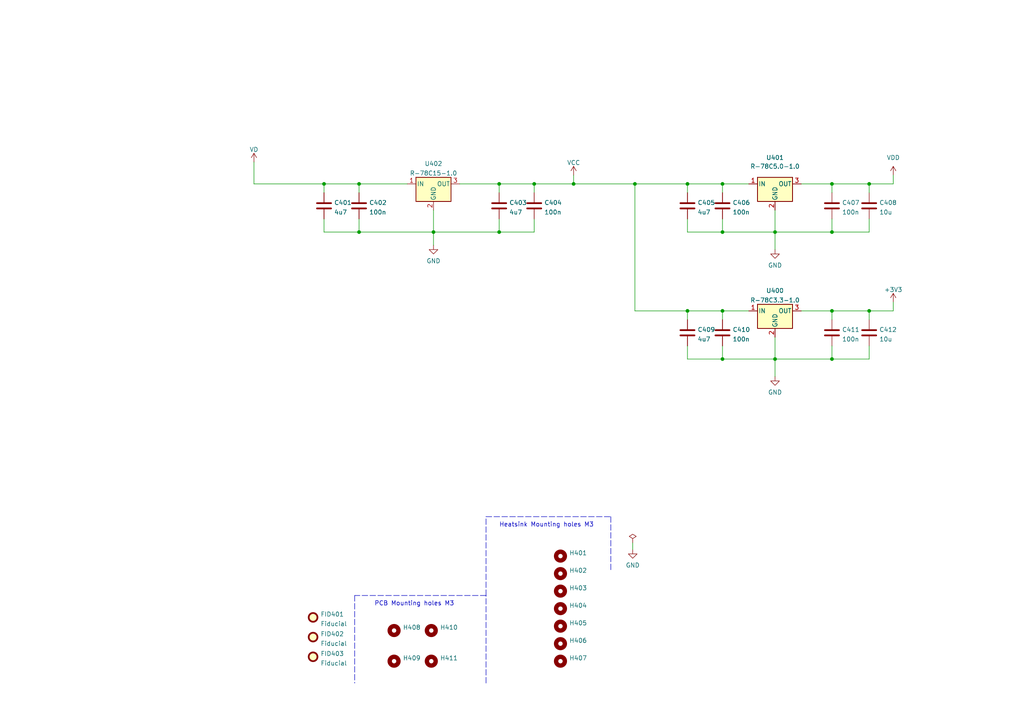
<source format=kicad_sch>
(kicad_sch (version 20211123) (generator eeschema)

  (uuid ac762985-7f9a-41f9-8444-f76d353bfaca)

  (paper "A4")

  (title_block
    (title "Motor Controller")
    (date "2022-02-20")
    (rev "1.0")
    (company "findersee.fi")
  )

  (lib_symbols
    (symbol "Device:C" (pin_numbers hide) (pin_names (offset 0.254)) (in_bom yes) (on_board yes)
      (property "Reference" "C" (id 0) (at 0.635 2.54 0)
        (effects (font (size 1.27 1.27)) (justify left))
      )
      (property "Value" "C" (id 1) (at 0.635 -2.54 0)
        (effects (font (size 1.27 1.27)) (justify left))
      )
      (property "Footprint" "" (id 2) (at 0.9652 -3.81 0)
        (effects (font (size 1.27 1.27)) hide)
      )
      (property "Datasheet" "~" (id 3) (at 0 0 0)
        (effects (font (size 1.27 1.27)) hide)
      )
      (property "ki_keywords" "cap capacitor" (id 4) (at 0 0 0)
        (effects (font (size 1.27 1.27)) hide)
      )
      (property "ki_description" "Unpolarized capacitor" (id 5) (at 0 0 0)
        (effects (font (size 1.27 1.27)) hide)
      )
      (property "ki_fp_filters" "C_*" (id 6) (at 0 0 0)
        (effects (font (size 1.27 1.27)) hide)
      )
      (symbol "C_0_1"
        (polyline
          (pts
            (xy -2.032 -0.762)
            (xy 2.032 -0.762)
          )
          (stroke (width 0.508) (type default) (color 0 0 0 0))
          (fill (type none))
        )
        (polyline
          (pts
            (xy -2.032 0.762)
            (xy 2.032 0.762)
          )
          (stroke (width 0.508) (type default) (color 0 0 0 0))
          (fill (type none))
        )
      )
      (symbol "C_1_1"
        (pin passive line (at 0 3.81 270) (length 2.794)
          (name "~" (effects (font (size 1.27 1.27))))
          (number "1" (effects (font (size 1.27 1.27))))
        )
        (pin passive line (at 0 -3.81 90) (length 2.794)
          (name "~" (effects (font (size 1.27 1.27))))
          (number "2" (effects (font (size 1.27 1.27))))
        )
      )
    )
    (symbol "Mechanical:Fiducial" (in_bom yes) (on_board yes)
      (property "Reference" "FID" (id 0) (at 0 5.08 0)
        (effects (font (size 1.27 1.27)))
      )
      (property "Value" "Fiducial" (id 1) (at 0 3.175 0)
        (effects (font (size 1.27 1.27)))
      )
      (property "Footprint" "" (id 2) (at 0 0 0)
        (effects (font (size 1.27 1.27)) hide)
      )
      (property "Datasheet" "~" (id 3) (at 0 0 0)
        (effects (font (size 1.27 1.27)) hide)
      )
      (property "ki_keywords" "fiducial marker" (id 4) (at 0 0 0)
        (effects (font (size 1.27 1.27)) hide)
      )
      (property "ki_description" "Fiducial Marker" (id 5) (at 0 0 0)
        (effects (font (size 1.27 1.27)) hide)
      )
      (property "ki_fp_filters" "Fiducial*" (id 6) (at 0 0 0)
        (effects (font (size 1.27 1.27)) hide)
      )
      (symbol "Fiducial_0_1"
        (circle (center 0 0) (radius 1.27)
          (stroke (width 0.508) (type default) (color 0 0 0 0))
          (fill (type background))
        )
      )
    )
    (symbol "MountingHole_1" (pin_names (offset 1.016)) (in_bom yes) (on_board yes)
      (property "Reference" "H" (id 0) (at 0 5.08 0)
        (effects (font (size 1.27 1.27)))
      )
      (property "Value" "MountingHole_1" (id 1) (at 0 3.175 0)
        (effects (font (size 1.27 1.27)))
      )
      (property "Footprint" "" (id 2) (at 0 0 0)
        (effects (font (size 1.27 1.27)) hide)
      )
      (property "Datasheet" "~" (id 3) (at 0 0 0)
        (effects (font (size 1.27 1.27)) hide)
      )
      (property "ki_keywords" "mounting hole" (id 4) (at 0 0 0)
        (effects (font (size 1.27 1.27)) hide)
      )
      (property "ki_description" "Mounting Hole without connection" (id 5) (at 0 0 0)
        (effects (font (size 1.27 1.27)) hide)
      )
      (property "ki_fp_filters" "MountingHole*" (id 6) (at 0 0 0)
        (effects (font (size 1.27 1.27)) hide)
      )
      (symbol "MountingHole_1_0_1"
        (circle (center 0 0) (radius 1.27)
          (stroke (width 1.27) (type default) (color 0 0 0 0))
          (fill (type none))
        )
      )
    )
    (symbol "Regulator_Switching:R-78C15-1.0" (pin_names (offset 0.254)) (in_bom yes) (on_board yes)
      (property "Reference" "U" (id 0) (at -3.81 3.175 0)
        (effects (font (size 1.27 1.27)))
      )
      (property "Value" "R-78C15-1.0" (id 1) (at 0 3.175 0)
        (effects (font (size 1.27 1.27)) (justify left))
      )
      (property "Footprint" "Converter_DCDC:Converter_DCDC_RECOM_R-78E-0.5_THT" (id 2) (at 1.27 -6.35 0)
        (effects (font (size 1.27 1.27) italic) (justify left) hide)
      )
      (property "Datasheet" "https://www.recom-power.com/pdf/Innoline/R-78Cxx-1.0.pdf" (id 3) (at 0 0 0)
        (effects (font (size 1.27 1.27)) hide)
      )
      (property "ki_keywords" "dc-dc recom Step-Down DC/DC-Regulator" (id 4) (at 0 0 0)
        (effects (font (size 1.27 1.27)) hide)
      )
      (property "ki_description" "1A Step-Down DC/DC-Regulator, 18-42V input, 15V fixed Output Voltage, LM78xx replacement, -40°C to +85°C, SIP3" (id 5) (at 0 0 0)
        (effects (font (size 1.27 1.27)) hide)
      )
      (property "ki_fp_filters" "Converter*DCDC*RECOM*R*78E*0.5*" (id 6) (at 0 0 0)
        (effects (font (size 1.27 1.27)) hide)
      )
      (symbol "R-78C15-1.0_0_1"
        (rectangle (start -5.08 1.905) (end 5.08 -5.08)
          (stroke (width 0.254) (type default) (color 0 0 0 0))
          (fill (type background))
        )
      )
      (symbol "R-78C15-1.0_1_1"
        (pin power_in line (at -7.62 0 0) (length 2.54)
          (name "IN" (effects (font (size 1.27 1.27))))
          (number "1" (effects (font (size 1.27 1.27))))
        )
        (pin power_in line (at 0 -7.62 90) (length 2.54)
          (name "GND" (effects (font (size 1.27 1.27))))
          (number "2" (effects (font (size 1.27 1.27))))
        )
        (pin power_out line (at 7.62 0 180) (length 2.54)
          (name "OUT" (effects (font (size 1.27 1.27))))
          (number "3" (effects (font (size 1.27 1.27))))
        )
      )
    )
    (symbol "Regulator_Switching:R-78C3.3-1.0" (pin_names (offset 0.254)) (in_bom yes) (on_board yes)
      (property "Reference" "U" (id 0) (at -3.81 3.175 0)
        (effects (font (size 1.27 1.27)))
      )
      (property "Value" "R-78C3.3-1.0" (id 1) (at 0 3.175 0)
        (effects (font (size 1.27 1.27)) (justify left))
      )
      (property "Footprint" "Converter_DCDC:Converter_DCDC_RECOM_R-78E-0.5_THT" (id 2) (at 1.27 -6.35 0)
        (effects (font (size 1.27 1.27) italic) (justify left) hide)
      )
      (property "Datasheet" "https://www.recom-power.com/pdf/Innoline/R-78Cxx-1.0.pdf" (id 3) (at 0 0 0)
        (effects (font (size 1.27 1.27)) hide)
      )
      (property "ki_keywords" "dc-dc recom Step-Down DC/DC-Regulator" (id 4) (at 0 0 0)
        (effects (font (size 1.27 1.27)) hide)
      )
      (property "ki_description" "1A Step-Down DC/DC-Regulator, 6-42V input, 3.3V fixed Output Voltage, LM78xx replacement, -40°C to +85°C, SIP3" (id 5) (at 0 0 0)
        (effects (font (size 1.27 1.27)) hide)
      )
      (property "ki_fp_filters" "Converter*DCDC*RECOM*R*78E*0.5*" (id 6) (at 0 0 0)
        (effects (font (size 1.27 1.27)) hide)
      )
      (symbol "R-78C3.3-1.0_0_1"
        (rectangle (start -5.08 1.905) (end 5.08 -5.08)
          (stroke (width 0.254) (type default) (color 0 0 0 0))
          (fill (type background))
        )
      )
      (symbol "R-78C3.3-1.0_1_1"
        (pin power_in line (at -7.62 0 0) (length 2.54)
          (name "IN" (effects (font (size 1.27 1.27))))
          (number "1" (effects (font (size 1.27 1.27))))
        )
        (pin power_in line (at 0 -7.62 90) (length 2.54)
          (name "GND" (effects (font (size 1.27 1.27))))
          (number "2" (effects (font (size 1.27 1.27))))
        )
        (pin power_out line (at 7.62 0 180) (length 2.54)
          (name "OUT" (effects (font (size 1.27 1.27))))
          (number "3" (effects (font (size 1.27 1.27))))
        )
      )
    )
    (symbol "Regulator_Switching:R-78C5.0-1.0" (pin_names (offset 0.254)) (in_bom yes) (on_board yes)
      (property "Reference" "U" (id 0) (at -3.81 3.175 0)
        (effects (font (size 1.27 1.27)))
      )
      (property "Value" "R-78C5.0-1.0" (id 1) (at 0 3.175 0)
        (effects (font (size 1.27 1.27)) (justify left))
      )
      (property "Footprint" "Converter_DCDC:Converter_DCDC_RECOM_R-78E-0.5_THT" (id 2) (at 1.27 -6.35 0)
        (effects (font (size 1.27 1.27) italic) (justify left) hide)
      )
      (property "Datasheet" "https://www.recom-power.com/pdf/Innoline/R-78Cxx-1.0.pdf" (id 3) (at 0 0 0)
        (effects (font (size 1.27 1.27)) hide)
      )
      (property "ki_keywords" "dc-dc recom Step-Down DC/DC-Regulator" (id 4) (at 0 0 0)
        (effects (font (size 1.27 1.27)) hide)
      )
      (property "ki_description" "1A Step-Down DC/DC-Regulator, 7-42V input, 5V fixed Output Voltage, LM78xx replacement, -40°C to +85°C, SIP3" (id 5) (at 0 0 0)
        (effects (font (size 1.27 1.27)) hide)
      )
      (property "ki_fp_filters" "Converter*DCDC*RECOM*R*78E*0.5*" (id 6) (at 0 0 0)
        (effects (font (size 1.27 1.27)) hide)
      )
      (symbol "R-78C5.0-1.0_0_1"
        (rectangle (start -5.08 1.905) (end 5.08 -5.08)
          (stroke (width 0.254) (type default) (color 0 0 0 0))
          (fill (type background))
        )
      )
      (symbol "R-78C5.0-1.0_1_1"
        (pin power_in line (at -7.62 0 0) (length 2.54)
          (name "IN" (effects (font (size 1.27 1.27))))
          (number "1" (effects (font (size 1.27 1.27))))
        )
        (pin power_in line (at 0 -7.62 90) (length 2.54)
          (name "GND" (effects (font (size 1.27 1.27))))
          (number "2" (effects (font (size 1.27 1.27))))
        )
        (pin power_out line (at 7.62 0 180) (length 2.54)
          (name "OUT" (effects (font (size 1.27 1.27))))
          (number "3" (effects (font (size 1.27 1.27))))
        )
      )
    )
    (symbol "power:+3V3" (power) (pin_names (offset 0)) (in_bom yes) (on_board yes)
      (property "Reference" "#PWR" (id 0) (at 0 -3.81 0)
        (effects (font (size 1.27 1.27)) hide)
      )
      (property "Value" "+3V3" (id 1) (at 0 3.556 0)
        (effects (font (size 1.27 1.27)))
      )
      (property "Footprint" "" (id 2) (at 0 0 0)
        (effects (font (size 1.27 1.27)) hide)
      )
      (property "Datasheet" "" (id 3) (at 0 0 0)
        (effects (font (size 1.27 1.27)) hide)
      )
      (property "ki_keywords" "power-flag" (id 4) (at 0 0 0)
        (effects (font (size 1.27 1.27)) hide)
      )
      (property "ki_description" "Power symbol creates a global label with name \"+3V3\"" (id 5) (at 0 0 0)
        (effects (font (size 1.27 1.27)) hide)
      )
      (symbol "+3V3_0_1"
        (polyline
          (pts
            (xy -0.762 1.27)
            (xy 0 2.54)
          )
          (stroke (width 0) (type default) (color 0 0 0 0))
          (fill (type none))
        )
        (polyline
          (pts
            (xy 0 0)
            (xy 0 2.54)
          )
          (stroke (width 0) (type default) (color 0 0 0 0))
          (fill (type none))
        )
        (polyline
          (pts
            (xy 0 2.54)
            (xy 0.762 1.27)
          )
          (stroke (width 0) (type default) (color 0 0 0 0))
          (fill (type none))
        )
      )
      (symbol "+3V3_1_1"
        (pin power_in line (at 0 0 90) (length 0) hide
          (name "+3V3" (effects (font (size 1.27 1.27))))
          (number "1" (effects (font (size 1.27 1.27))))
        )
      )
    )
    (symbol "power:GND" (power) (pin_names (offset 0)) (in_bom yes) (on_board yes)
      (property "Reference" "#PWR" (id 0) (at 0 -6.35 0)
        (effects (font (size 1.27 1.27)) hide)
      )
      (property "Value" "GND" (id 1) (at 0 -3.81 0)
        (effects (font (size 1.27 1.27)))
      )
      (property "Footprint" "" (id 2) (at 0 0 0)
        (effects (font (size 1.27 1.27)) hide)
      )
      (property "Datasheet" "" (id 3) (at 0 0 0)
        (effects (font (size 1.27 1.27)) hide)
      )
      (property "ki_keywords" "power-flag" (id 4) (at 0 0 0)
        (effects (font (size 1.27 1.27)) hide)
      )
      (property "ki_description" "Power symbol creates a global label with name \"GND\" , ground" (id 5) (at 0 0 0)
        (effects (font (size 1.27 1.27)) hide)
      )
      (symbol "GND_0_1"
        (polyline
          (pts
            (xy 0 0)
            (xy 0 -1.27)
            (xy 1.27 -1.27)
            (xy 0 -2.54)
            (xy -1.27 -1.27)
            (xy 0 -1.27)
          )
          (stroke (width 0) (type default) (color 0 0 0 0))
          (fill (type none))
        )
      )
      (symbol "GND_1_1"
        (pin power_in line (at 0 0 270) (length 0) hide
          (name "GND" (effects (font (size 1.27 1.27))))
          (number "1" (effects (font (size 1.27 1.27))))
        )
      )
    )
    (symbol "power:PWR_FLAG" (power) (pin_numbers hide) (pin_names (offset 0) hide) (in_bom yes) (on_board yes)
      (property "Reference" "#FLG" (id 0) (at 0 1.905 0)
        (effects (font (size 1.27 1.27)) hide)
      )
      (property "Value" "PWR_FLAG" (id 1) (at 0 3.81 0)
        (effects (font (size 1.27 1.27)))
      )
      (property "Footprint" "" (id 2) (at 0 0 0)
        (effects (font (size 1.27 1.27)) hide)
      )
      (property "Datasheet" "~" (id 3) (at 0 0 0)
        (effects (font (size 1.27 1.27)) hide)
      )
      (property "ki_keywords" "power-flag" (id 4) (at 0 0 0)
        (effects (font (size 1.27 1.27)) hide)
      )
      (property "ki_description" "Special symbol for telling ERC where power comes from" (id 5) (at 0 0 0)
        (effects (font (size 1.27 1.27)) hide)
      )
      (symbol "PWR_FLAG_0_0"
        (pin power_out line (at 0 0 90) (length 0)
          (name "pwr" (effects (font (size 1.27 1.27))))
          (number "1" (effects (font (size 1.27 1.27))))
        )
      )
      (symbol "PWR_FLAG_0_1"
        (polyline
          (pts
            (xy 0 0)
            (xy 0 1.27)
            (xy -1.016 1.905)
            (xy 0 2.54)
            (xy 1.016 1.905)
            (xy 0 1.27)
          )
          (stroke (width 0) (type default) (color 0 0 0 0))
          (fill (type none))
        )
      )
    )
    (symbol "power:VCC" (power) (pin_names (offset 0)) (in_bom yes) (on_board yes)
      (property "Reference" "#PWR" (id 0) (at 0 -3.81 0)
        (effects (font (size 1.27 1.27)) hide)
      )
      (property "Value" "VCC" (id 1) (at 0 3.81 0)
        (effects (font (size 1.27 1.27)))
      )
      (property "Footprint" "" (id 2) (at 0 0 0)
        (effects (font (size 1.27 1.27)) hide)
      )
      (property "Datasheet" "" (id 3) (at 0 0 0)
        (effects (font (size 1.27 1.27)) hide)
      )
      (property "ki_keywords" "power-flag" (id 4) (at 0 0 0)
        (effects (font (size 1.27 1.27)) hide)
      )
      (property "ki_description" "Power symbol creates a global label with name \"VCC\"" (id 5) (at 0 0 0)
        (effects (font (size 1.27 1.27)) hide)
      )
      (symbol "VCC_0_1"
        (polyline
          (pts
            (xy -0.762 1.27)
            (xy 0 2.54)
          )
          (stroke (width 0) (type default) (color 0 0 0 0))
          (fill (type none))
        )
        (polyline
          (pts
            (xy 0 0)
            (xy 0 2.54)
          )
          (stroke (width 0) (type default) (color 0 0 0 0))
          (fill (type none))
        )
        (polyline
          (pts
            (xy 0 2.54)
            (xy 0.762 1.27)
          )
          (stroke (width 0) (type default) (color 0 0 0 0))
          (fill (type none))
        )
      )
      (symbol "VCC_1_1"
        (pin power_in line (at 0 0 90) (length 0) hide
          (name "VCC" (effects (font (size 1.27 1.27))))
          (number "1" (effects (font (size 1.27 1.27))))
        )
      )
    )
    (symbol "power:VD" (power) (pin_names (offset 0)) (in_bom yes) (on_board yes)
      (property "Reference" "#PWR" (id 0) (at 0 -3.81 0)
        (effects (font (size 1.27 1.27)) hide)
      )
      (property "Value" "VD" (id 1) (at 0 3.81 0)
        (effects (font (size 1.27 1.27)))
      )
      (property "Footprint" "" (id 2) (at 0 0 0)
        (effects (font (size 1.27 1.27)) hide)
      )
      (property "Datasheet" "" (id 3) (at 0 0 0)
        (effects (font (size 1.27 1.27)) hide)
      )
      (property "ki_keywords" "power-flag" (id 4) (at 0 0 0)
        (effects (font (size 1.27 1.27)) hide)
      )
      (property "ki_description" "Power symbol creates a global label with name \"VD\"" (id 5) (at 0 0 0)
        (effects (font (size 1.27 1.27)) hide)
      )
      (symbol "VD_0_1"
        (polyline
          (pts
            (xy -0.762 1.27)
            (xy 0 2.54)
          )
          (stroke (width 0) (type default) (color 0 0 0 0))
          (fill (type none))
        )
        (polyline
          (pts
            (xy 0 0)
            (xy 0 2.54)
          )
          (stroke (width 0) (type default) (color 0 0 0 0))
          (fill (type none))
        )
        (polyline
          (pts
            (xy 0 2.54)
            (xy 0.762 1.27)
          )
          (stroke (width 0) (type default) (color 0 0 0 0))
          (fill (type none))
        )
      )
      (symbol "VD_1_1"
        (pin power_in line (at 0 0 90) (length 0) hide
          (name "VD" (effects (font (size 1.27 1.27))))
          (number "1" (effects (font (size 1.27 1.27))))
        )
      )
    )
    (symbol "power:VDD" (power) (pin_names (offset 0)) (in_bom yes) (on_board yes)
      (property "Reference" "#PWR" (id 0) (at 0 -3.81 0)
        (effects (font (size 1.27 1.27)) hide)
      )
      (property "Value" "VDD" (id 1) (at 0 3.81 0)
        (effects (font (size 1.27 1.27)))
      )
      (property "Footprint" "" (id 2) (at 0 0 0)
        (effects (font (size 1.27 1.27)) hide)
      )
      (property "Datasheet" "" (id 3) (at 0 0 0)
        (effects (font (size 1.27 1.27)) hide)
      )
      (property "ki_keywords" "power-flag" (id 4) (at 0 0 0)
        (effects (font (size 1.27 1.27)) hide)
      )
      (property "ki_description" "Power symbol creates a global label with name \"VDD\"" (id 5) (at 0 0 0)
        (effects (font (size 1.27 1.27)) hide)
      )
      (symbol "VDD_0_1"
        (polyline
          (pts
            (xy -0.762 1.27)
            (xy 0 2.54)
          )
          (stroke (width 0) (type default) (color 0 0 0 0))
          (fill (type none))
        )
        (polyline
          (pts
            (xy 0 0)
            (xy 0 2.54)
          )
          (stroke (width 0) (type default) (color 0 0 0 0))
          (fill (type none))
        )
        (polyline
          (pts
            (xy 0 2.54)
            (xy 0.762 1.27)
          )
          (stroke (width 0) (type default) (color 0 0 0 0))
          (fill (type none))
        )
      )
      (symbol "VDD_1_1"
        (pin power_in line (at 0 0 90) (length 0) hide
          (name "VDD" (effects (font (size 1.27 1.27))))
          (number "1" (effects (font (size 1.27 1.27))))
        )
      )
    )
  )

  (junction (at 199.39 90.17) (diameter 0) (color 0 0 0 0)
    (uuid 058eefd2-7cea-42dd-9096-ad0a8ac5a1b9)
  )
  (junction (at 209.55 104.14) (diameter 0) (color 0 0 0 0)
    (uuid 09a08e00-e847-40df-8415-8584bfe16c57)
  )
  (junction (at 166.37 53.34) (diameter 0) (color 0 0 0 0)
    (uuid 267cd2fc-744f-424d-bf9c-21766ec27d71)
  )
  (junction (at 252.095 90.17) (diameter 0) (color 0 0 0 0)
    (uuid 2788fab8-ee2a-4133-ab2c-c4cfd05ec9e2)
  )
  (junction (at 144.78 53.34) (diameter 0) (color 0 0 0 0)
    (uuid 2e592006-9f6f-499c-84ff-99528cd8f7d4)
  )
  (junction (at 154.94 53.34) (diameter 0) (color 0 0 0 0)
    (uuid 3c9b19f0-7bb4-48d4-add0-b76609258f57)
  )
  (junction (at 224.79 104.14) (diameter 0) (color 0 0 0 0)
    (uuid 48a1e377-9cd9-4162-bd4d-e7ce89266edd)
  )
  (junction (at 144.78 67.31) (diameter 0) (color 0 0 0 0)
    (uuid 59c798c2-9d02-4c76-8e15-834d030dc89e)
  )
  (junction (at 104.14 53.34) (diameter 0) (color 0 0 0 0)
    (uuid 65678100-e16c-40ec-9ede-7547f8a8ae3c)
  )
  (junction (at 184.15 53.34) (diameter 0) (color 0 0 0 0)
    (uuid 65877ba6-e7c0-4ba1-b3eb-7e1134a4bee7)
  )
  (junction (at 209.55 53.34) (diameter 0) (color 0 0 0 0)
    (uuid 670626d1-d85f-4e47-bfe2-ed1a9d55649e)
  )
  (junction (at 241.3 104.14) (diameter 0) (color 0 0 0 0)
    (uuid 73f37ef3-1701-47c2-b419-3da4a686a07c)
  )
  (junction (at 224.79 67.31) (diameter 0) (color 0 0 0 0)
    (uuid 75443df3-7f86-4df8-931a-79dd320a575f)
  )
  (junction (at 241.3 67.31) (diameter 0) (color 0 0 0 0)
    (uuid 7eed662e-2087-402e-8cd8-8ebcc70f3d5e)
  )
  (junction (at 241.3 53.34) (diameter 0) (color 0 0 0 0)
    (uuid 895a61bd-c117-4ad3-bcd7-c81f8251959d)
  )
  (junction (at 93.98 53.34) (diameter 0) (color 0 0 0 0)
    (uuid 91adc00f-ed9e-49cb-bd8e-86ad4deadc65)
  )
  (junction (at 241.3 90.17) (diameter 0) (color 0 0 0 0)
    (uuid 944b91c7-119f-4d46-97d5-ca94b532d999)
  )
  (junction (at 104.14 67.31) (diameter 0) (color 0 0 0 0)
    (uuid b58ad8e4-a6f7-45b3-bf6f-f0f638a6aafb)
  )
  (junction (at 209.55 67.31) (diameter 0) (color 0 0 0 0)
    (uuid b60e6967-0e09-4726-9e75-dff1a2023778)
  )
  (junction (at 209.55 90.17) (diameter 0) (color 0 0 0 0)
    (uuid e31b9b2f-f447-4363-9210-09b548da5c7d)
  )
  (junction (at 125.73 67.31) (diameter 0) (color 0 0 0 0)
    (uuid f38effbf-dcc4-49b9-babe-8b70d051969b)
  )
  (junction (at 199.39 53.34) (diameter 0) (color 0 0 0 0)
    (uuid fa2d19c0-e848-4fa9-a2fb-f6c77b2d1d26)
  )
  (junction (at 252.095 53.34) (diameter 0) (color 0 0 0 0)
    (uuid fd52c882-5bb2-4e8f-a1a6-337d5c309ad9)
  )

  (wire (pts (xy 209.55 53.34) (xy 209.55 55.88))
    (stroke (width 0) (type default) (color 0 0 0 0))
    (uuid 0495d79f-c00b-40e4-910e-544d94d8904e)
  )
  (wire (pts (xy 199.39 63.5) (xy 199.39 67.31))
    (stroke (width 0) (type default) (color 0 0 0 0))
    (uuid 04c1f9da-c8e9-4beb-99cb-ff8838f1fd5f)
  )
  (wire (pts (xy 154.94 53.34) (xy 154.94 55.88))
    (stroke (width 0) (type default) (color 0 0 0 0))
    (uuid 052a091e-6d94-4e39-bb1d-432e9fb8dd06)
  )
  (wire (pts (xy 104.14 63.5) (xy 104.14 67.31))
    (stroke (width 0) (type default) (color 0 0 0 0))
    (uuid 0890d519-1fbf-44f0-b241-6d208ff70a81)
  )
  (wire (pts (xy 183.515 157.48) (xy 183.515 159.385))
    (stroke (width 0) (type default) (color 0 0 0 0))
    (uuid 0a0188bd-adbb-42eb-8010-cb0ef1f856f3)
  )
  (wire (pts (xy 209.55 90.17) (xy 209.55 92.71))
    (stroke (width 0) (type default) (color 0 0 0 0))
    (uuid 0c98f925-99b1-4866-b2aa-78ccbdf52179)
  )
  (wire (pts (xy 144.78 53.34) (xy 144.78 55.88))
    (stroke (width 0) (type default) (color 0 0 0 0))
    (uuid 106a063b-d9af-46c6-9da4-e3b06f8ad414)
  )
  (wire (pts (xy 224.79 67.31) (xy 241.3 67.31))
    (stroke (width 0) (type default) (color 0 0 0 0))
    (uuid 11edfff9-376e-4419-964b-c02a568d5629)
  )
  (wire (pts (xy 166.37 53.34) (xy 184.15 53.34))
    (stroke (width 0) (type default) (color 0 0 0 0))
    (uuid 16c3832f-a117-4b52-8d8c-f33e5e369789)
  )
  (wire (pts (xy 199.39 104.14) (xy 209.55 104.14))
    (stroke (width 0) (type default) (color 0 0 0 0))
    (uuid 18df4444-0477-42b0-93ef-0eca8effd82c)
  )
  (wire (pts (xy 252.095 100.33) (xy 252.095 104.14))
    (stroke (width 0) (type default) (color 0 0 0 0))
    (uuid 193e1694-a912-4f38-9a26-54847b629006)
  )
  (wire (pts (xy 241.3 53.34) (xy 232.41 53.34))
    (stroke (width 0) (type default) (color 0 0 0 0))
    (uuid 19aa9648-0b9f-495e-93c7-7ff7fcb1af1f)
  )
  (wire (pts (xy 259.08 50.8) (xy 259.08 53.34))
    (stroke (width 0) (type default) (color 0 0 0 0))
    (uuid 1b48116d-138d-47c0-b1b2-e7530e09bc6f)
  )
  (wire (pts (xy 209.55 104.14) (xy 224.79 104.14))
    (stroke (width 0) (type default) (color 0 0 0 0))
    (uuid 1d0dc1da-b699-4950-b781-6624af7e0146)
  )
  (polyline (pts (xy 140.97 172.72) (xy 102.87 172.72))
    (stroke (width 0) (type default) (color 0 0 0 0))
    (uuid 2137cba9-dcaf-471d-9ef5-3e5eb1727851)
  )

  (wire (pts (xy 144.78 53.34) (xy 154.94 53.34))
    (stroke (width 0) (type default) (color 0 0 0 0))
    (uuid 24f6d1df-b87e-4c0f-91a0-fb066a191d0b)
  )
  (wire (pts (xy 259.08 87.63) (xy 259.08 90.17))
    (stroke (width 0) (type default) (color 0 0 0 0))
    (uuid 2c274a26-0f57-4347-99a9-41a526025958)
  )
  (polyline (pts (xy 140.97 172.72) (xy 140.97 149.86))
    (stroke (width 0) (type default) (color 0 0 0 0))
    (uuid 3ffb31d1-e27c-4fe3-86f6-77abc5855367)
  )

  (wire (pts (xy 252.095 67.31) (xy 241.3 67.31))
    (stroke (width 0) (type default) (color 0 0 0 0))
    (uuid 442f1d9a-d85b-4e9f-8344-7720f6dbcf0b)
  )
  (wire (pts (xy 93.98 63.5) (xy 93.98 67.31))
    (stroke (width 0) (type default) (color 0 0 0 0))
    (uuid 4a57c8cc-6002-4cfb-bdc8-8e33193d588c)
  )
  (wire (pts (xy 241.3 92.71) (xy 241.3 90.17))
    (stroke (width 0) (type default) (color 0 0 0 0))
    (uuid 4cd18949-9de7-499a-8723-13bdb2f53be7)
  )
  (wire (pts (xy 224.79 67.31) (xy 224.79 60.96))
    (stroke (width 0) (type default) (color 0 0 0 0))
    (uuid 4d40116e-978b-42da-a35e-0a31d79ca2cb)
  )
  (wire (pts (xy 199.39 55.88) (xy 199.39 53.34))
    (stroke (width 0) (type default) (color 0 0 0 0))
    (uuid 4e5e97a6-205b-42db-b321-9a7baecc6ede)
  )
  (wire (pts (xy 73.66 46.99) (xy 73.66 53.34))
    (stroke (width 0) (type default) (color 0 0 0 0))
    (uuid 5228001b-ed13-4a42-b28e-8d0c35b5aec8)
  )
  (wire (pts (xy 125.73 67.31) (xy 144.78 67.31))
    (stroke (width 0) (type default) (color 0 0 0 0))
    (uuid 551a9eb4-df46-4700-ba6d-176399db47e4)
  )
  (wire (pts (xy 184.15 90.17) (xy 184.15 53.34))
    (stroke (width 0) (type default) (color 0 0 0 0))
    (uuid 55face90-a8be-4aef-877c-95ec2ae327bf)
  )
  (wire (pts (xy 241.3 100.33) (xy 241.3 104.14))
    (stroke (width 0) (type default) (color 0 0 0 0))
    (uuid 5d85dda9-e859-438a-b152-6eb86bb72d7f)
  )
  (wire (pts (xy 104.14 53.34) (xy 104.14 55.88))
    (stroke (width 0) (type default) (color 0 0 0 0))
    (uuid 64b0ef24-418e-43f2-b03c-f2b9272d0d99)
  )
  (wire (pts (xy 199.39 90.17) (xy 184.15 90.17))
    (stroke (width 0) (type default) (color 0 0 0 0))
    (uuid 663662c8-8e95-4a11-a9f4-b4a8bd844592)
  )
  (wire (pts (xy 209.55 63.5) (xy 209.55 67.31))
    (stroke (width 0) (type default) (color 0 0 0 0))
    (uuid 67e5ae94-f2c2-4c32-b488-6220a4675ac3)
  )
  (wire (pts (xy 199.39 67.31) (xy 209.55 67.31))
    (stroke (width 0) (type default) (color 0 0 0 0))
    (uuid 6e59e85a-61d6-46df-8cd5-63cbefd025fc)
  )
  (wire (pts (xy 252.095 53.34) (xy 259.08 53.34))
    (stroke (width 0) (type default) (color 0 0 0 0))
    (uuid 76ffa439-8e43-434b-8ea8-9b703c7d4f62)
  )
  (wire (pts (xy 241.3 55.88) (xy 241.3 53.34))
    (stroke (width 0) (type default) (color 0 0 0 0))
    (uuid 7a05bb73-e145-450b-90d5-1e4363ddc42f)
  )
  (polyline (pts (xy 140.97 198.12) (xy 140.97 172.72))
    (stroke (width 0) (type default) (color 0 0 0 0))
    (uuid 7db1e1c6-b570-4f78-a3f0-942428b5531b)
  )

  (wire (pts (xy 166.37 50.8) (xy 166.37 53.34))
    (stroke (width 0) (type default) (color 0 0 0 0))
    (uuid 80c1d207-7f2e-44a6-8ad4-83264e094b02)
  )
  (polyline (pts (xy 177.165 149.86) (xy 177.165 165.735))
    (stroke (width 0) (type default) (color 0 0 0 0))
    (uuid 8622a02a-1664-4966-8de9-26e0c4ab1d65)
  )

  (wire (pts (xy 199.39 53.34) (xy 209.55 53.34))
    (stroke (width 0) (type default) (color 0 0 0 0))
    (uuid 88b36a48-5d06-4d56-9e99-7ba27a34ba9f)
  )
  (wire (pts (xy 144.78 67.31) (xy 154.94 67.31))
    (stroke (width 0) (type default) (color 0 0 0 0))
    (uuid 897e84b1-3ca6-43a6-a14c-bb6d972cc32d)
  )
  (wire (pts (xy 104.14 67.31) (xy 125.73 67.31))
    (stroke (width 0) (type default) (color 0 0 0 0))
    (uuid 8a4648f1-2c73-4f99-8508-db269d395623)
  )
  (wire (pts (xy 125.73 67.31) (xy 125.73 60.96))
    (stroke (width 0) (type default) (color 0 0 0 0))
    (uuid 8d2d8326-702f-4227-ad9c-e5feac6f8633)
  )
  (wire (pts (xy 184.15 53.34) (xy 199.39 53.34))
    (stroke (width 0) (type default) (color 0 0 0 0))
    (uuid 8dd9a045-14e4-4d75-ace5-3ba55207b2f5)
  )
  (wire (pts (xy 224.79 104.14) (xy 241.3 104.14))
    (stroke (width 0) (type default) (color 0 0 0 0))
    (uuid 8f403aac-d11f-4795-82f4-d6c51b49741c)
  )
  (wire (pts (xy 154.94 53.34) (xy 166.37 53.34))
    (stroke (width 0) (type default) (color 0 0 0 0))
    (uuid 952b8c99-1f7d-4b11-91f9-75412ff5b4fd)
  )
  (wire (pts (xy 209.55 100.33) (xy 209.55 104.14))
    (stroke (width 0) (type default) (color 0 0 0 0))
    (uuid 9ae4a84b-bd9d-4ac4-aa23-5142841918af)
  )
  (wire (pts (xy 252.095 63.5) (xy 252.095 67.31))
    (stroke (width 0) (type default) (color 0 0 0 0))
    (uuid 9d522d13-35cf-4419-8baa-cf5863507eb5)
  )
  (wire (pts (xy 241.3 90.17) (xy 232.41 90.17))
    (stroke (width 0) (type default) (color 0 0 0 0))
    (uuid 9ef34ac8-23f4-4e44-bbd7-9e7a788e2337)
  )
  (polyline (pts (xy 140.97 149.86) (xy 177.165 149.86))
    (stroke (width 0) (type default) (color 0 0 0 0))
    (uuid 9f0746a6-a207-49cc-b9a0-ebce24862775)
  )
  (polyline (pts (xy 102.87 172.72) (xy 102.87 198.12))
    (stroke (width 0) (type default) (color 0 0 0 0))
    (uuid a33f1481-a7cf-4897-a0f6-ee7f9d15b2ee)
  )

  (wire (pts (xy 252.095 53.34) (xy 252.095 55.88))
    (stroke (width 0) (type default) (color 0 0 0 0))
    (uuid a69e3fb4-f91f-49ff-9512-8fd5efd489e0)
  )
  (wire (pts (xy 241.3 90.17) (xy 252.095 90.17))
    (stroke (width 0) (type default) (color 0 0 0 0))
    (uuid a8b74a29-ab86-4091-9ef7-a6fc8abc1370)
  )
  (wire (pts (xy 209.55 53.34) (xy 217.17 53.34))
    (stroke (width 0) (type default) (color 0 0 0 0))
    (uuid a9dced03-5939-46c8-970f-9f1ad9e7ac90)
  )
  (wire (pts (xy 224.79 104.14) (xy 224.79 109.22))
    (stroke (width 0) (type default) (color 0 0 0 0))
    (uuid ab31bad1-8281-48d7-a5b9-57b837a763e8)
  )
  (wire (pts (xy 241.3 63.5) (xy 241.3 67.31))
    (stroke (width 0) (type default) (color 0 0 0 0))
    (uuid ae745e5c-f074-4f5f-9bda-a251efa82c0b)
  )
  (wire (pts (xy 118.11 53.34) (xy 104.14 53.34))
    (stroke (width 0) (type default) (color 0 0 0 0))
    (uuid b26f23a7-6b29-4698-af9a-5f2d1f427518)
  )
  (wire (pts (xy 93.98 53.34) (xy 73.66 53.34))
    (stroke (width 0) (type default) (color 0 0 0 0))
    (uuid b386a206-fad5-4a1f-87a7-2f7cbe7dcad3)
  )
  (wire (pts (xy 125.73 67.31) (xy 125.73 71.12))
    (stroke (width 0) (type default) (color 0 0 0 0))
    (uuid c21f1a75-5d97-41f3-8133-079f3f5ee506)
  )
  (wire (pts (xy 209.55 90.17) (xy 217.17 90.17))
    (stroke (width 0) (type default) (color 0 0 0 0))
    (uuid c359d928-7b58-4e3c-baaf-1d1bd95c3ac5)
  )
  (wire (pts (xy 241.3 53.34) (xy 252.095 53.34))
    (stroke (width 0) (type default) (color 0 0 0 0))
    (uuid c5647d3e-e864-4f0f-9a3d-58f05823972c)
  )
  (wire (pts (xy 224.79 67.31) (xy 224.79 72.39))
    (stroke (width 0) (type default) (color 0 0 0 0))
    (uuid c75e8ad0-be0d-4dfe-8751-d7a17be7157a)
  )
  (wire (pts (xy 104.14 53.34) (xy 93.98 53.34))
    (stroke (width 0) (type default) (color 0 0 0 0))
    (uuid d0ffd0b8-d5f2-45b5-8175-48661c49aae6)
  )
  (wire (pts (xy 133.35 53.34) (xy 144.78 53.34))
    (stroke (width 0) (type default) (color 0 0 0 0))
    (uuid d233fa4c-cbdf-4ed7-89ba-45288cfe49c7)
  )
  (wire (pts (xy 199.39 92.71) (xy 199.39 90.17))
    (stroke (width 0) (type default) (color 0 0 0 0))
    (uuid d7563130-06cb-44c5-a67e-0c9e3234ba2d)
  )
  (wire (pts (xy 93.98 53.34) (xy 93.98 55.88))
    (stroke (width 0) (type default) (color 0 0 0 0))
    (uuid da86803d-0faa-475d-b4ed-1275eee92a0b)
  )
  (wire (pts (xy 209.55 67.31) (xy 224.79 67.31))
    (stroke (width 0) (type default) (color 0 0 0 0))
    (uuid dbecbeb2-80ef-4c2c-bfb9-376e33ef57f5)
  )
  (wire (pts (xy 252.095 90.17) (xy 252.095 92.71))
    (stroke (width 0) (type default) (color 0 0 0 0))
    (uuid dcad1110-ed82-4d5a-bac7-2e2064a8d71c)
  )
  (wire (pts (xy 93.98 67.31) (xy 104.14 67.31))
    (stroke (width 0) (type default) (color 0 0 0 0))
    (uuid dff88ba2-a3c5-4c07-a0f7-ed32991a9919)
  )
  (wire (pts (xy 199.39 90.17) (xy 209.55 90.17))
    (stroke (width 0) (type default) (color 0 0 0 0))
    (uuid e2919125-418a-4a56-a3c9-b1b4182609c6)
  )
  (wire (pts (xy 154.94 67.31) (xy 154.94 63.5))
    (stroke (width 0) (type default) (color 0 0 0 0))
    (uuid e2db07ef-8bb1-49a8-855f-20758b36bff8)
  )
  (wire (pts (xy 144.78 67.31) (xy 144.78 63.5))
    (stroke (width 0) (type default) (color 0 0 0 0))
    (uuid eec270b1-0959-4e7e-9400-35d38cc27bf1)
  )
  (wire (pts (xy 199.39 100.33) (xy 199.39 104.14))
    (stroke (width 0) (type default) (color 0 0 0 0))
    (uuid f10a849a-7b33-47b1-a16e-9dc9f0c6114c)
  )
  (wire (pts (xy 252.095 104.14) (xy 241.3 104.14))
    (stroke (width 0) (type default) (color 0 0 0 0))
    (uuid f4d01d8f-3dc6-4a0d-afb5-bc32ce3c55b4)
  )
  (wire (pts (xy 224.79 104.14) (xy 224.79 97.79))
    (stroke (width 0) (type default) (color 0 0 0 0))
    (uuid f720d34d-d521-47f8-9888-6fa0ee457926)
  )
  (wire (pts (xy 252.095 90.17) (xy 259.08 90.17))
    (stroke (width 0) (type default) (color 0 0 0 0))
    (uuid fe100172-de29-4834-bb5f-356e1bccbf43)
  )

  (text "PCB Mounting holes M3" (at 108.585 175.895 0)
    (effects (font (size 1.27 1.27)) (justify left bottom))
    (uuid 0043a84d-4493-41b4-9d81-a97833091e39)
  )
  (text "Heatsink Mounting holes M3\n" (at 144.78 153.035 0)
    (effects (font (size 1.27 1.27)) (justify left bottom))
    (uuid 2e0509e4-0f50-41b7-a333-9dc0b12846a2)
  )

  (symbol (lib_id "Regulator_Switching:R-78C5.0-1.0") (at 224.79 53.34 0) (unit 1)
    (in_bom yes) (on_board yes) (fields_autoplaced)
    (uuid 0293f46b-77a7-4330-bbe8-30f00dcdc421)
    (property "Reference" "U401" (id 0) (at 224.79 45.72 0))
    (property "Value" "R-78C5.0-1.0" (id 1) (at 224.79 48.26 0))
    (property "Footprint" "Converter_DCDC:Converter_DCDC_RECOM_R-78E-0.5_THT" (id 2) (at 226.06 59.69 0)
      (effects (font (size 1.27 1.27) italic) (justify left) hide)
    )
    (property "Datasheet" "https://www.recom-power.com/pdf/Innoline/R-78Cxx-1.0.pdf" (id 3) (at 224.79 53.34 0)
      (effects (font (size 1.27 1.27)) hide)
    )
    (pin "1" (uuid 0d9b3e7d-e28c-4587-9116-4539a2e0d058))
    (pin "2" (uuid ee838160-61be-40d0-8523-8415582607da))
    (pin "3" (uuid b859c7e9-c29c-4d12-b713-704b5eb55c51))
  )

  (symbol (lib_name "MountingHole_1") (lib_id "Mechanical:MountingHole") (at 114.3 191.77 0) (unit 1)
    (in_bom yes) (on_board yes) (fields_autoplaced)
    (uuid 051da66b-ef83-4525-8968-a9668bb14f5c)
    (property "Reference" "H409" (id 0) (at 116.84 190.8615 0)
      (effects (font (size 1.27 1.27)) (justify left))
    )
    (property "Value" "MountingHole" (id 1) (at 116.84 193.6366 0)
      (effects (font (size 1.27 1.27)) (justify left) hide)
    )
    (property "Footprint" "MountingHole:MountingHole_3.2mm_M3_DIN965" (id 2) (at 114.3 191.77 0)
      (effects (font (size 1.27 1.27)) hide)
    )
    (property "Datasheet" "~" (id 3) (at 114.3 191.77 0)
      (effects (font (size 1.27 1.27)) hide)
    )
  )

  (symbol (lib_id "Mechanical:Fiducial") (at 90.805 190.5 0) (unit 1)
    (in_bom yes) (on_board yes) (fields_autoplaced)
    (uuid 0957372d-e7cb-47c1-949e-76b685dee41d)
    (property "Reference" "FID403" (id 0) (at 92.964 189.5915 0)
      (effects (font (size 1.27 1.27)) (justify left))
    )
    (property "Value" "Fiducial" (id 1) (at 92.964 192.3666 0)
      (effects (font (size 1.27 1.27)) (justify left))
    )
    (property "Footprint" "Fiducial:Fiducial_1.5mm_Mask3mm" (id 2) (at 90.805 190.5 0)
      (effects (font (size 1.27 1.27)) hide)
    )
    (property "Datasheet" "~" (id 3) (at 90.805 190.5 0)
      (effects (font (size 1.27 1.27)) hide)
    )
  )

  (symbol (lib_name "MountingHole_1") (lib_id "Mechanical:MountingHole") (at 162.56 161.29 0) (unit 1)
    (in_bom yes) (on_board yes) (fields_autoplaced)
    (uuid 13d77c7a-66a7-4899-8fc7-c91177c2eedc)
    (property "Reference" "H401" (id 0) (at 165.1 160.3815 0)
      (effects (font (size 1.27 1.27)) (justify left))
    )
    (property "Value" "MountingHole" (id 1) (at 165.1 163.1566 0)
      (effects (font (size 1.27 1.27)) (justify left) hide)
    )
    (property "Footprint" "MountingHole:MountingHole_3.2mm_M3_DIN965" (id 2) (at 162.56 161.29 0)
      (effects (font (size 1.27 1.27)) hide)
    )
    (property "Datasheet" "~" (id 3) (at 162.56 161.29 0)
      (effects (font (size 1.27 1.27)) hide)
    )
  )

  (symbol (lib_name "MountingHole_1") (lib_id "Mechanical:MountingHole") (at 162.56 176.53 0) (unit 1)
    (in_bom yes) (on_board yes) (fields_autoplaced)
    (uuid 1a3dcb31-a0d7-4b41-8cc1-ded3e3fb765e)
    (property "Reference" "H404" (id 0) (at 165.1 175.6215 0)
      (effects (font (size 1.27 1.27)) (justify left))
    )
    (property "Value" "MountingHole" (id 1) (at 165.1 178.3966 0)
      (effects (font (size 1.27 1.27)) (justify left) hide)
    )
    (property "Footprint" "MountingHole:MountingHole_3.2mm_M3_DIN965" (id 2) (at 162.56 176.53 0)
      (effects (font (size 1.27 1.27)) hide)
    )
    (property "Datasheet" "~" (id 3) (at 162.56 176.53 0)
      (effects (font (size 1.27 1.27)) hide)
    )
  )

  (symbol (lib_id "Device:C") (at 199.39 59.69 0) (unit 1)
    (in_bom yes) (on_board yes) (fields_autoplaced)
    (uuid 25b0d9d2-e323-4763-9602-8cebc0afe9a4)
    (property "Reference" "C405" (id 0) (at 202.311 58.7815 0)
      (effects (font (size 1.27 1.27)) (justify left))
    )
    (property "Value" "4u7" (id 1) (at 202.311 61.5566 0)
      (effects (font (size 1.27 1.27)) (justify left))
    )
    (property "Footprint" "Resistor_SMD:R_0805_2012Metric_Pad1.20x1.40mm_HandSolder" (id 2) (at 200.3552 63.5 0)
      (effects (font (size 1.27 1.27)) hide)
    )
    (property "Datasheet" "~" (id 3) (at 199.39 59.69 0)
      (effects (font (size 1.27 1.27)) hide)
    )
    (pin "1" (uuid 6cff99d9-fe69-43ae-88f6-cad264c04400))
    (pin "2" (uuid 2f417256-d09e-47bc-a818-4759b733ebe6))
  )

  (symbol (lib_id "Device:C") (at 93.98 59.69 0) (unit 1)
    (in_bom yes) (on_board yes) (fields_autoplaced)
    (uuid 279552d1-b9a1-4079-b29b-1e46d19a2cfe)
    (property "Reference" "C401" (id 0) (at 96.901 58.7815 0)
      (effects (font (size 1.27 1.27)) (justify left))
    )
    (property "Value" "4u7" (id 1) (at 96.901 61.5566 0)
      (effects (font (size 1.27 1.27)) (justify left))
    )
    (property "Footprint" "Resistor_SMD:R_0805_2012Metric_Pad1.20x1.40mm_HandSolder" (id 2) (at 94.9452 63.5 0)
      (effects (font (size 1.27 1.27)) hide)
    )
    (property "Datasheet" "~" (id 3) (at 93.98 59.69 0)
      (effects (font (size 1.27 1.27)) hide)
    )
    (pin "1" (uuid 0a68b71f-632a-4be1-8408-2f45404d70f3))
    (pin "2" (uuid 852e55c5-6a2e-4c0f-acf4-fb24cf538394))
  )

  (symbol (lib_id "Regulator_Switching:R-78C15-1.0") (at 125.73 53.34 0) (unit 1)
    (in_bom yes) (on_board yes) (fields_autoplaced)
    (uuid 306e434c-8a71-4cd4-8b65-118134d54877)
    (property "Reference" "U402" (id 0) (at 125.73 47.4685 0))
    (property "Value" "R-78C15-1.0" (id 1) (at 125.73 50.2436 0))
    (property "Footprint" "Converter_DCDC:Converter_DCDC_RECOM_R-78E-0.5_THT" (id 2) (at 127 59.69 0)
      (effects (font (size 1.27 1.27) italic) (justify left) hide)
    )
    (property "Datasheet" "https://www.recom-power.com/pdf/Innoline/R-78Cxx-1.0.pdf" (id 3) (at 125.73 53.34 0)
      (effects (font (size 1.27 1.27)) hide)
    )
    (pin "1" (uuid 9d93b88d-2ac4-4fcc-bb42-f30086ea2218))
    (pin "2" (uuid 16c77ce5-9d0f-4c8e-8bea-f3af36dc92ff))
    (pin "3" (uuid c7a8dc24-8417-4a57-9383-f5f005bf17d0))
  )

  (symbol (lib_id "Device:C") (at 199.39 96.52 0) (unit 1)
    (in_bom yes) (on_board yes) (fields_autoplaced)
    (uuid 308d195c-aee2-41e4-9c94-887d2b588f5f)
    (property "Reference" "C409" (id 0) (at 202.311 95.6115 0)
      (effects (font (size 1.27 1.27)) (justify left))
    )
    (property "Value" "4u7" (id 1) (at 202.311 98.3866 0)
      (effects (font (size 1.27 1.27)) (justify left))
    )
    (property "Footprint" "Resistor_SMD:R_0805_2012Metric_Pad1.20x1.40mm_HandSolder" (id 2) (at 200.3552 100.33 0)
      (effects (font (size 1.27 1.27)) hide)
    )
    (property "Datasheet" "~" (id 3) (at 199.39 96.52 0)
      (effects (font (size 1.27 1.27)) hide)
    )
    (pin "1" (uuid 2797f4e8-06a5-4b09-8ffb-65ea64e29183))
    (pin "2" (uuid cefd4b70-1596-46bf-98b9-43a1a4537aa0))
  )

  (symbol (lib_name "MountingHole_1") (lib_id "Mechanical:MountingHole") (at 125.095 182.88 0) (unit 1)
    (in_bom yes) (on_board yes) (fields_autoplaced)
    (uuid 31cb87a7-dff2-4221-9a09-0e13adc5b774)
    (property "Reference" "H410" (id 0) (at 127.635 181.9715 0)
      (effects (font (size 1.27 1.27)) (justify left))
    )
    (property "Value" "MountingHole" (id 1) (at 127.635 184.7466 0)
      (effects (font (size 1.27 1.27)) (justify left) hide)
    )
    (property "Footprint" "MountingHole:MountingHole_3.2mm_M3_DIN965" (id 2) (at 125.095 182.88 0)
      (effects (font (size 1.27 1.27)) hide)
    )
    (property "Datasheet" "~" (id 3) (at 125.095 182.88 0)
      (effects (font (size 1.27 1.27)) hide)
    )
  )

  (symbol (lib_id "Device:C") (at 209.55 96.52 0) (unit 1)
    (in_bom yes) (on_board yes) (fields_autoplaced)
    (uuid 50bec952-6677-4866-8c61-a3afd6832d0a)
    (property "Reference" "C410" (id 0) (at 212.471 95.6115 0)
      (effects (font (size 1.27 1.27)) (justify left))
    )
    (property "Value" "100n" (id 1) (at 212.471 98.3866 0)
      (effects (font (size 1.27 1.27)) (justify left))
    )
    (property "Footprint" "Capacitor_SMD:C_0603_1608Metric_Pad1.08x0.95mm_HandSolder" (id 2) (at 210.5152 100.33 0)
      (effects (font (size 1.27 1.27)) hide)
    )
    (property "Datasheet" "~" (id 3) (at 209.55 96.52 0)
      (effects (font (size 1.27 1.27)) hide)
    )
    (pin "1" (uuid 4022ea24-41cd-46e0-9e59-70fe7a5751e4))
    (pin "2" (uuid 297acb55-a20b-4703-b68f-08a70fecf55f))
  )

  (symbol (lib_id "Device:C") (at 104.14 59.69 0) (unit 1)
    (in_bom yes) (on_board yes) (fields_autoplaced)
    (uuid 538466bd-a7ae-4521-acf7-7baa3d6620eb)
    (property "Reference" "C402" (id 0) (at 107.061 58.7815 0)
      (effects (font (size 1.27 1.27)) (justify left))
    )
    (property "Value" "100n" (id 1) (at 107.061 61.5566 0)
      (effects (font (size 1.27 1.27)) (justify left))
    )
    (property "Footprint" "Capacitor_SMD:C_0603_1608Metric_Pad1.08x0.95mm_HandSolder" (id 2) (at 105.1052 63.5 0)
      (effects (font (size 1.27 1.27)) hide)
    )
    (property "Datasheet" "~" (id 3) (at 104.14 59.69 0)
      (effects (font (size 1.27 1.27)) hide)
    )
    (pin "1" (uuid 2391e059-1814-4843-8d99-c85f4693040a))
    (pin "2" (uuid d8d42175-75d8-4e8f-b34d-e0dd7779f9a8))
  )

  (symbol (lib_name "MountingHole_1") (lib_id "Mechanical:MountingHole") (at 162.56 166.37 0) (unit 1)
    (in_bom yes) (on_board yes) (fields_autoplaced)
    (uuid 57941ccc-133f-4346-b65f-5b2bf5666c2e)
    (property "Reference" "H402" (id 0) (at 165.1 165.4615 0)
      (effects (font (size 1.27 1.27)) (justify left))
    )
    (property "Value" "MountingHole" (id 1) (at 165.1 168.2366 0)
      (effects (font (size 1.27 1.27)) (justify left) hide)
    )
    (property "Footprint" "MountingHole:MountingHole_3.2mm_M3_DIN965" (id 2) (at 162.56 166.37 0)
      (effects (font (size 1.27 1.27)) hide)
    )
    (property "Datasheet" "~" (id 3) (at 162.56 166.37 0)
      (effects (font (size 1.27 1.27)) hide)
    )
  )

  (symbol (lib_id "Device:C") (at 241.3 59.69 0) (unit 1)
    (in_bom yes) (on_board yes) (fields_autoplaced)
    (uuid 5919cce0-34d7-4f27-8c83-12a1b0aec9b5)
    (property "Reference" "C407" (id 0) (at 244.221 58.7815 0)
      (effects (font (size 1.27 1.27)) (justify left))
    )
    (property "Value" "100n" (id 1) (at 244.221 61.5566 0)
      (effects (font (size 1.27 1.27)) (justify left))
    )
    (property "Footprint" "Capacitor_SMD:C_0603_1608Metric_Pad1.08x0.95mm_HandSolder" (id 2) (at 242.2652 63.5 0)
      (effects (font (size 1.27 1.27)) hide)
    )
    (property "Datasheet" "~" (id 3) (at 241.3 59.69 0)
      (effects (font (size 1.27 1.27)) hide)
    )
    (pin "1" (uuid 4379c37a-8bbd-4a81-8188-506db475d26c))
    (pin "2" (uuid 38bc4999-c29a-4f7c-875d-266781e0051b))
  )

  (symbol (lib_id "Mechanical:Fiducial") (at 90.805 179.07 0) (unit 1)
    (in_bom yes) (on_board yes) (fields_autoplaced)
    (uuid 5b1c395d-fc7d-4e42-aea6-a9733189ca7a)
    (property "Reference" "FID401" (id 0) (at 92.964 178.1615 0)
      (effects (font (size 1.27 1.27)) (justify left))
    )
    (property "Value" "Fiducial" (id 1) (at 92.964 180.9366 0)
      (effects (font (size 1.27 1.27)) (justify left))
    )
    (property "Footprint" "Fiducial:Fiducial_1.5mm_Mask3mm" (id 2) (at 90.805 179.07 0)
      (effects (font (size 1.27 1.27)) hide)
    )
    (property "Datasheet" "~" (id 3) (at 90.805 179.07 0)
      (effects (font (size 1.27 1.27)) hide)
    )
  )

  (symbol (lib_id "Device:C") (at 209.55 59.69 0) (unit 1)
    (in_bom yes) (on_board yes) (fields_autoplaced)
    (uuid 64f32f22-60d5-44fe-8786-aeed182f836c)
    (property "Reference" "C406" (id 0) (at 212.471 58.7815 0)
      (effects (font (size 1.27 1.27)) (justify left))
    )
    (property "Value" "100n" (id 1) (at 212.471 61.5566 0)
      (effects (font (size 1.27 1.27)) (justify left))
    )
    (property "Footprint" "Capacitor_SMD:C_0603_1608Metric_Pad1.08x0.95mm_HandSolder" (id 2) (at 210.5152 63.5 0)
      (effects (font (size 1.27 1.27)) hide)
    )
    (property "Datasheet" "~" (id 3) (at 209.55 59.69 0)
      (effects (font (size 1.27 1.27)) hide)
    )
    (pin "1" (uuid 0d159f1b-f7d2-4307-afb8-3eddffc6baf2))
    (pin "2" (uuid 6ab7664a-ff55-42e7-b128-1ca5615bf28b))
  )

  (symbol (lib_name "MountingHole_1") (lib_id "Mechanical:MountingHole") (at 162.56 171.45 0) (unit 1)
    (in_bom yes) (on_board yes) (fields_autoplaced)
    (uuid 6f87a61a-123d-4cd3-8253-7873eade5742)
    (property "Reference" "H403" (id 0) (at 165.1 170.5415 0)
      (effects (font (size 1.27 1.27)) (justify left))
    )
    (property "Value" "MountingHole" (id 1) (at 165.1 173.3166 0)
      (effects (font (size 1.27 1.27)) (justify left) hide)
    )
    (property "Footprint" "MountingHole:MountingHole_3.2mm_M3_DIN965" (id 2) (at 162.56 171.45 0)
      (effects (font (size 1.27 1.27)) hide)
    )
    (property "Datasheet" "~" (id 3) (at 162.56 171.45 0)
      (effects (font (size 1.27 1.27)) hide)
    )
  )

  (symbol (lib_id "Regulator_Switching:R-78C3.3-1.0") (at 224.79 90.17 0) (unit 1)
    (in_bom yes) (on_board yes) (fields_autoplaced)
    (uuid 7317d372-cc09-43b6-af1d-e0fbdfd9b47c)
    (property "Reference" "U400" (id 0) (at 224.79 84.2985 0))
    (property "Value" "R-78C3.3-1.0" (id 1) (at 224.79 87.0736 0))
    (property "Footprint" "Converter_DCDC:Converter_DCDC_RECOM_R-78E-0.5_THT" (id 2) (at 226.06 96.52 0)
      (effects (font (size 1.27 1.27) italic) (justify left) hide)
    )
    (property "Datasheet" "https://www.recom-power.com/pdf/Innoline/R-78Cxx-1.0.pdf" (id 3) (at 224.79 90.17 0)
      (effects (font (size 1.27 1.27)) hide)
    )
    (pin "1" (uuid a1913626-e93c-4593-b75c-dd882444737f))
    (pin "2" (uuid 50224a7c-69cf-41a8-a744-fc683da98ec1))
    (pin "3" (uuid a09027be-81cf-4ff4-bc5b-cf89d9f2b762))
  )

  (symbol (lib_name "MountingHole_1") (lib_id "Mechanical:MountingHole") (at 162.56 186.69 0) (unit 1)
    (in_bom yes) (on_board yes) (fields_autoplaced)
    (uuid 7b6f8d83-27e0-4393-8be6-2e6ef4a03162)
    (property "Reference" "H406" (id 0) (at 165.1 185.7815 0)
      (effects (font (size 1.27 1.27)) (justify left))
    )
    (property "Value" "MountingHole" (id 1) (at 165.1 188.5566 0)
      (effects (font (size 1.27 1.27)) (justify left) hide)
    )
    (property "Footprint" "MountingHole:MountingHole_3.2mm_M3_DIN965" (id 2) (at 162.56 186.69 0)
      (effects (font (size 1.27 1.27)) hide)
    )
    (property "Datasheet" "~" (id 3) (at 162.56 186.69 0)
      (effects (font (size 1.27 1.27)) hide)
    )
  )

  (symbol (lib_id "Device:C") (at 144.78 59.69 0) (unit 1)
    (in_bom yes) (on_board yes) (fields_autoplaced)
    (uuid 7c029550-b454-40c8-9e32-67a419d44881)
    (property "Reference" "C403" (id 0) (at 147.701 58.7815 0)
      (effects (font (size 1.27 1.27)) (justify left))
    )
    (property "Value" "4u7" (id 1) (at 147.701 61.5566 0)
      (effects (font (size 1.27 1.27)) (justify left))
    )
    (property "Footprint" "Resistor_SMD:R_0805_2012Metric_Pad1.20x1.40mm_HandSolder" (id 2) (at 145.7452 63.5 0)
      (effects (font (size 1.27 1.27)) hide)
    )
    (property "Datasheet" "~" (id 3) (at 144.78 59.69 0)
      (effects (font (size 1.27 1.27)) hide)
    )
    (pin "1" (uuid 37a5d7a0-6754-471f-907d-c980e4f651e6))
    (pin "2" (uuid b979e168-be78-432c-b4cc-4b39003d14e4))
  )

  (symbol (lib_id "power:+3V3") (at 259.08 87.63 0) (unit 1)
    (in_bom yes) (on_board yes) (fields_autoplaced)
    (uuid 8b7ebfb2-4d2a-4805-ad8a-550eabb9d39a)
    (property "Reference" "#PWR0402" (id 0) (at 259.08 91.44 0)
      (effects (font (size 1.27 1.27)) hide)
    )
    (property "Value" "+3V3" (id 1) (at 259.08 84.0255 0))
    (property "Footprint" "" (id 2) (at 259.08 87.63 0)
      (effects (font (size 1.27 1.27)) hide)
    )
    (property "Datasheet" "" (id 3) (at 259.08 87.63 0)
      (effects (font (size 1.27 1.27)) hide)
    )
    (pin "1" (uuid dc51cd1e-23b8-4f2f-a8ba-0453e8762cb2))
  )

  (symbol (lib_id "power:VDD") (at 259.08 50.8 0) (unit 1)
    (in_bom yes) (on_board yes) (fields_autoplaced)
    (uuid 8fbbacbe-32c7-46dd-847b-51ef59ba33cb)
    (property "Reference" "#PWR0132" (id 0) (at 259.08 54.61 0)
      (effects (font (size 1.27 1.27)) hide)
    )
    (property "Value" "VDD" (id 1) (at 259.08 45.72 0))
    (property "Footprint" "" (id 2) (at 259.08 50.8 0)
      (effects (font (size 1.27 1.27)) hide)
    )
    (property "Datasheet" "" (id 3) (at 259.08 50.8 0)
      (effects (font (size 1.27 1.27)) hide)
    )
    (pin "1" (uuid faa5c677-9762-46a6-b741-6aa4081ebc61))
  )

  (symbol (lib_id "Mechanical:Fiducial") (at 90.805 184.785 0) (unit 1)
    (in_bom yes) (on_board yes) (fields_autoplaced)
    (uuid 91abd95d-4bfe-4cc7-8378-0f1bc09cce1e)
    (property "Reference" "FID402" (id 0) (at 92.964 183.8765 0)
      (effects (font (size 1.27 1.27)) (justify left))
    )
    (property "Value" "Fiducial" (id 1) (at 92.964 186.6516 0)
      (effects (font (size 1.27 1.27)) (justify left))
    )
    (property "Footprint" "Fiducial:Fiducial_1.5mm_Mask3mm" (id 2) (at 90.805 184.785 0)
      (effects (font (size 1.27 1.27)) hide)
    )
    (property "Datasheet" "~" (id 3) (at 90.805 184.785 0)
      (effects (font (size 1.27 1.27)) hide)
    )
  )

  (symbol (lib_name "MountingHole_1") (lib_id "Mechanical:MountingHole") (at 114.3 182.88 0) (unit 1)
    (in_bom yes) (on_board yes) (fields_autoplaced)
    (uuid 9a763214-138b-45d5-bed3-37eeb7cab6bf)
    (property "Reference" "H408" (id 0) (at 116.84 181.9715 0)
      (effects (font (size 1.27 1.27)) (justify left))
    )
    (property "Value" "MountingHole" (id 1) (at 116.84 184.7466 0)
      (effects (font (size 1.27 1.27)) (justify left) hide)
    )
    (property "Footprint" "MountingHole:MountingHole_3.2mm_M3_DIN965" (id 2) (at 114.3 182.88 0)
      (effects (font (size 1.27 1.27)) hide)
    )
    (property "Datasheet" "~" (id 3) (at 114.3 182.88 0)
      (effects (font (size 1.27 1.27)) hide)
    )
  )

  (symbol (lib_id "Device:C") (at 154.94 59.69 0) (unit 1)
    (in_bom yes) (on_board yes) (fields_autoplaced)
    (uuid 9ea9f485-1b6e-4bf7-a8f5-e89fd72fcb0b)
    (property "Reference" "C404" (id 0) (at 157.861 58.7815 0)
      (effects (font (size 1.27 1.27)) (justify left))
    )
    (property "Value" "100n" (id 1) (at 157.861 61.5566 0)
      (effects (font (size 1.27 1.27)) (justify left))
    )
    (property "Footprint" "Capacitor_SMD:C_0603_1608Metric_Pad1.08x0.95mm_HandSolder" (id 2) (at 155.9052 63.5 0)
      (effects (font (size 1.27 1.27)) hide)
    )
    (property "Datasheet" "~" (id 3) (at 154.94 59.69 0)
      (effects (font (size 1.27 1.27)) hide)
    )
    (pin "1" (uuid 0350c480-4c02-46e9-807b-6788df8c8d55))
    (pin "2" (uuid ea59632a-68e5-4963-8b8f-65999c76bd25))
  )

  (symbol (lib_name "MountingHole_1") (lib_id "Mechanical:MountingHole") (at 125.095 191.77 0) (unit 1)
    (in_bom yes) (on_board yes) (fields_autoplaced)
    (uuid adbc8334-6391-464e-b689-36066122be87)
    (property "Reference" "H411" (id 0) (at 127.635 190.8615 0)
      (effects (font (size 1.27 1.27)) (justify left))
    )
    (property "Value" "MountingHole" (id 1) (at 127.635 193.6366 0)
      (effects (font (size 1.27 1.27)) (justify left) hide)
    )
    (property "Footprint" "MountingHole:MountingHole_3.2mm_M3_DIN965" (id 2) (at 125.095 191.77 0)
      (effects (font (size 1.27 1.27)) hide)
    )
    (property "Datasheet" "~" (id 3) (at 125.095 191.77 0)
      (effects (font (size 1.27 1.27)) hide)
    )
  )

  (symbol (lib_id "Device:C") (at 241.3 96.52 0) (unit 1)
    (in_bom yes) (on_board yes) (fields_autoplaced)
    (uuid b8226827-88d0-4c05-ad8b-30a50cfef5fc)
    (property "Reference" "C411" (id 0) (at 244.221 95.6115 0)
      (effects (font (size 1.27 1.27)) (justify left))
    )
    (property "Value" "100n" (id 1) (at 244.221 98.3866 0)
      (effects (font (size 1.27 1.27)) (justify left))
    )
    (property "Footprint" "Capacitor_SMD:C_0603_1608Metric_Pad1.08x0.95mm_HandSolder" (id 2) (at 242.2652 100.33 0)
      (effects (font (size 1.27 1.27)) hide)
    )
    (property "Datasheet" "~" (id 3) (at 241.3 96.52 0)
      (effects (font (size 1.27 1.27)) hide)
    )
    (pin "1" (uuid 25e24901-3692-4b59-92f2-c1f9fd97040d))
    (pin "2" (uuid 86fe57a2-e855-4749-bd7f-30f63c746ac8))
  )

  (symbol (lib_id "power:VD") (at 73.66 46.99 0) (unit 1)
    (in_bom yes) (on_board yes) (fields_autoplaced)
    (uuid c5a570ee-256b-40ce-86c7-297d2a087fa4)
    (property "Reference" "#PWR0119" (id 0) (at 73.66 50.8 0)
      (effects (font (size 1.27 1.27)) hide)
    )
    (property "Value" "VD" (id 1) (at 73.66 43.3855 0))
    (property "Footprint" "" (id 2) (at 73.66 46.99 0)
      (effects (font (size 1.27 1.27)) hide)
    )
    (property "Datasheet" "" (id 3) (at 73.66 46.99 0)
      (effects (font (size 1.27 1.27)) hide)
    )
    (pin "1" (uuid d73c26ab-ce5f-40d8-9af3-5b24e861609a))
  )

  (symbol (lib_id "power:GND") (at 224.79 72.39 0) (unit 1)
    (in_bom yes) (on_board yes) (fields_autoplaced)
    (uuid d7164ea0-d0b3-43a4-9fd7-114fff0b0c62)
    (property "Reference" "#PWR0125" (id 0) (at 224.79 78.74 0)
      (effects (font (size 1.27 1.27)) hide)
    )
    (property "Value" "GND" (id 1) (at 224.79 76.9525 0))
    (property "Footprint" "" (id 2) (at 224.79 72.39 0)
      (effects (font (size 1.27 1.27)) hide)
    )
    (property "Datasheet" "" (id 3) (at 224.79 72.39 0)
      (effects (font (size 1.27 1.27)) hide)
    )
    (pin "1" (uuid de2818a0-6a47-45bd-ae33-2216363949ff))
  )

  (symbol (lib_id "Device:C") (at 252.095 59.69 0) (unit 1)
    (in_bom yes) (on_board yes) (fields_autoplaced)
    (uuid d7bc7763-846c-40fe-bc06-d7f85cd3aea2)
    (property "Reference" "C408" (id 0) (at 255.016 58.7815 0)
      (effects (font (size 1.27 1.27)) (justify left))
    )
    (property "Value" "10u" (id 1) (at 255.016 61.5566 0)
      (effects (font (size 1.27 1.27)) (justify left))
    )
    (property "Footprint" "Resistor_SMD:R_0805_2012Metric_Pad1.20x1.40mm_HandSolder" (id 2) (at 253.0602 63.5 0)
      (effects (font (size 1.27 1.27)) hide)
    )
    (property "Datasheet" "~" (id 3) (at 252.095 59.69 0)
      (effects (font (size 1.27 1.27)) hide)
    )
    (pin "1" (uuid 3fe99024-f63a-44f6-afa9-a273920ccad1))
    (pin "2" (uuid ff3f3904-08c9-4aac-b7f2-b9436967fe32))
  )

  (symbol (lib_name "MountingHole_1") (lib_id "Mechanical:MountingHole") (at 162.56 181.61 0) (unit 1)
    (in_bom yes) (on_board yes) (fields_autoplaced)
    (uuid db1a3512-6c01-4e83-9a03-d1465e9e17d2)
    (property "Reference" "H405" (id 0) (at 165.1 180.7015 0)
      (effects (font (size 1.27 1.27)) (justify left))
    )
    (property "Value" "MountingHole" (id 1) (at 165.1 183.4766 0)
      (effects (font (size 1.27 1.27)) (justify left) hide)
    )
    (property "Footprint" "MountingHole:MountingHole_3.2mm_M3_DIN965" (id 2) (at 162.56 181.61 0)
      (effects (font (size 1.27 1.27)) hide)
    )
    (property "Datasheet" "~" (id 3) (at 162.56 181.61 0)
      (effects (font (size 1.27 1.27)) hide)
    )
  )

  (symbol (lib_name "MountingHole_1") (lib_id "Mechanical:MountingHole") (at 162.56 191.77 0) (unit 1)
    (in_bom yes) (on_board yes) (fields_autoplaced)
    (uuid df565f3f-dd10-4cea-933e-34cc84ac07d4)
    (property "Reference" "H407" (id 0) (at 165.1 190.8615 0)
      (effects (font (size 1.27 1.27)) (justify left))
    )
    (property "Value" "MountingHole" (id 1) (at 165.1 193.6366 0)
      (effects (font (size 1.27 1.27)) (justify left) hide)
    )
    (property "Footprint" "MountingHole:MountingHole_3.2mm_M3_DIN965" (id 2) (at 162.56 191.77 0)
      (effects (font (size 1.27 1.27)) hide)
    )
    (property "Datasheet" "~" (id 3) (at 162.56 191.77 0)
      (effects (font (size 1.27 1.27)) hide)
    )
  )

  (symbol (lib_id "power:GND") (at 224.79 109.22 0) (unit 1)
    (in_bom yes) (on_board yes) (fields_autoplaced)
    (uuid e164c5cf-6f34-473c-b0cf-38584657ff38)
    (property "Reference" "#PWR0401" (id 0) (at 224.79 115.57 0)
      (effects (font (size 1.27 1.27)) hide)
    )
    (property "Value" "GND" (id 1) (at 224.79 113.7825 0))
    (property "Footprint" "" (id 2) (at 224.79 109.22 0)
      (effects (font (size 1.27 1.27)) hide)
    )
    (property "Datasheet" "" (id 3) (at 224.79 109.22 0)
      (effects (font (size 1.27 1.27)) hide)
    )
    (pin "1" (uuid 36385655-d72a-438a-a631-70e3f62b3d2f))
  )

  (symbol (lib_id "power:GND") (at 183.515 159.385 0) (unit 1)
    (in_bom yes) (on_board yes) (fields_autoplaced)
    (uuid ecfd91bf-b1e1-4cae-b358-b219815c0f8c)
    (property "Reference" "#PWR0109" (id 0) (at 183.515 165.735 0)
      (effects (font (size 1.27 1.27)) hide)
    )
    (property "Value" "GND" (id 1) (at 183.515 163.9475 0))
    (property "Footprint" "" (id 2) (at 183.515 159.385 0)
      (effects (font (size 1.27 1.27)) hide)
    )
    (property "Datasheet" "" (id 3) (at 183.515 159.385 0)
      (effects (font (size 1.27 1.27)) hide)
    )
    (pin "1" (uuid 0ebb0471-1eea-40fd-9bda-c2467b19e8b1))
  )

  (symbol (lib_id "power:GND") (at 125.73 71.12 0) (unit 1)
    (in_bom yes) (on_board yes) (fields_autoplaced)
    (uuid efbc19c0-8438-4461-a892-84ad66b0eaea)
    (property "Reference" "#PWR0126" (id 0) (at 125.73 77.47 0)
      (effects (font (size 1.27 1.27)) hide)
    )
    (property "Value" "GND" (id 1) (at 125.73 75.6825 0))
    (property "Footprint" "" (id 2) (at 125.73 71.12 0)
      (effects (font (size 1.27 1.27)) hide)
    )
    (property "Datasheet" "" (id 3) (at 125.73 71.12 0)
      (effects (font (size 1.27 1.27)) hide)
    )
    (pin "1" (uuid b9e60dd1-0c7b-4ee7-9122-186ef3cff002))
  )

  (symbol (lib_id "power:PWR_FLAG") (at 183.515 157.48 0) (unit 1)
    (in_bom yes) (on_board yes) (fields_autoplaced)
    (uuid f6921110-041c-46c2-b6eb-a407fb1aa69a)
    (property "Reference" "#FLG0102" (id 0) (at 183.515 155.575 0)
      (effects (font (size 1.27 1.27)) hide)
    )
    (property "Value" "PWR_FLAG" (id 1) (at 183.515 153.8755 0)
      (effects (font (size 1.27 1.27)) hide)
    )
    (property "Footprint" "" (id 2) (at 183.515 157.48 0)
      (effects (font (size 1.27 1.27)) hide)
    )
    (property "Datasheet" "~" (id 3) (at 183.515 157.48 0)
      (effects (font (size 1.27 1.27)) hide)
    )
    (pin "1" (uuid 911a8acd-3a05-4703-8b9d-720a5d98fcb1))
  )

  (symbol (lib_id "Device:C") (at 252.095 96.52 0) (unit 1)
    (in_bom yes) (on_board yes) (fields_autoplaced)
    (uuid f6df09ab-b40f-4766-90b2-9080ea5f067f)
    (property "Reference" "C412" (id 0) (at 255.016 95.6115 0)
      (effects (font (size 1.27 1.27)) (justify left))
    )
    (property "Value" "10u" (id 1) (at 255.016 98.3866 0)
      (effects (font (size 1.27 1.27)) (justify left))
    )
    (property "Footprint" "Resistor_SMD:R_0805_2012Metric_Pad1.20x1.40mm_HandSolder" (id 2) (at 253.0602 100.33 0)
      (effects (font (size 1.27 1.27)) hide)
    )
    (property "Datasheet" "~" (id 3) (at 252.095 96.52 0)
      (effects (font (size 1.27 1.27)) hide)
    )
    (pin "1" (uuid 217af4fd-a434-4c34-8f01-78ae4ef74a0d))
    (pin "2" (uuid e3efd19b-405b-4ca6-9b82-165925bc7102))
  )

  (symbol (lib_id "power:VCC") (at 166.37 50.8 0) (unit 1)
    (in_bom yes) (on_board yes) (fields_autoplaced)
    (uuid fc854082-82d2-4ddc-9ed7-937393667e07)
    (property "Reference" "#PWR0118" (id 0) (at 166.37 54.61 0)
      (effects (font (size 1.27 1.27)) hide)
    )
    (property "Value" "VCC" (id 1) (at 166.37 47.1955 0))
    (property "Footprint" "" (id 2) (at 166.37 50.8 0)
      (effects (font (size 1.27 1.27)) hide)
    )
    (property "Datasheet" "" (id 3) (at 166.37 50.8 0)
      (effects (font (size 1.27 1.27)) hide)
    )
    (pin "1" (uuid 7fb3567b-df95-4d2b-b2ae-e94d90af7b93))
  )
)

</source>
